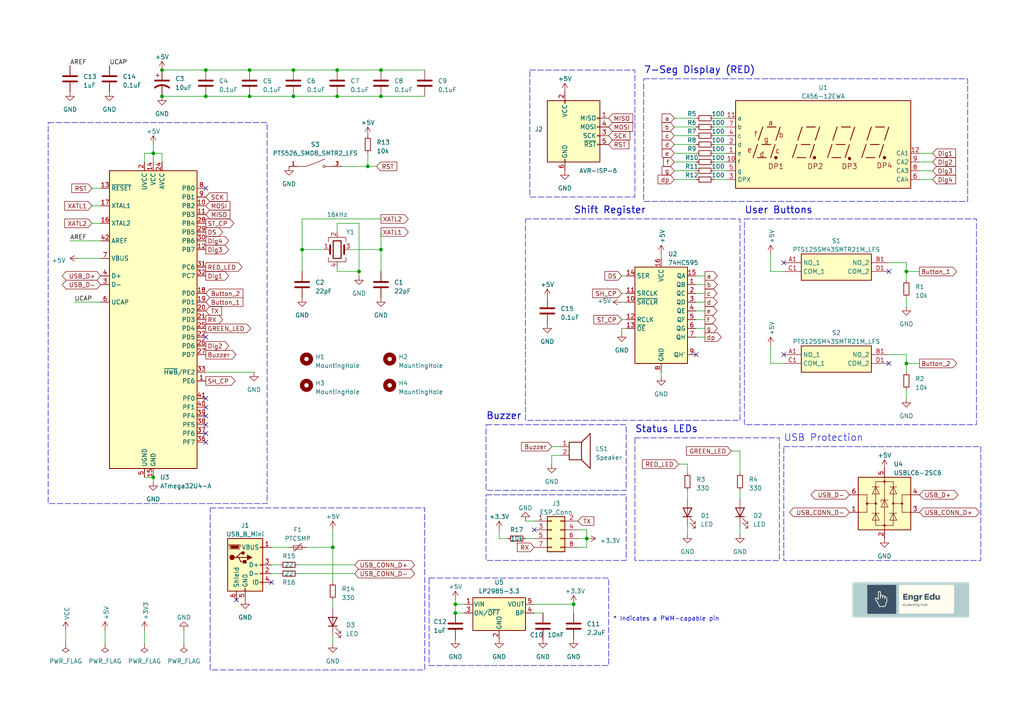
<source format=kicad_sch>
(kicad_sch (version 20230121) (generator eeschema)
  (paper "A4")
  (title_block (title "Arduino Uno Shield") (date "2023-03-22") (rev "1.0"))
  (lib_symbols
    (symbol "+5V_1" (power) (pin_names (offset 0))
      (property "Value" "+5V_1" (at 0 3.556 0))
      (symbol "+5V_1_1_1"
        (pin power_in line (at 0 0 90) (length 0) hide (name "+5V") (number "1"))
      )
    )
    (symbol "+5V_2" (power) (pin_names (offset 0))
      (property "Value" "+5V_2" (at 0 3.556 0))
      (symbol "+5V_2_1_1"
        (pin power_in line (at 0 0 90) (length 0) hide (name "+5V") (number "1"))
      )
    )
    (symbol "+5V_3" (power) (pin_names (offset 0))
      (property "Value" "+5V_3" (at 0 3.556 0))
      (symbol "+5V_3_1_1"
        (pin power_in line (at 0 0 90) (length 0) hide (name "+5V") (number "1"))
      )
    )
    (symbol "74xx:74HC595"
      (property "Reference" "U" (at -7.62 13.97 0))
      (property "Value" "74HC595" (at -7.62 -16.51 0))
      (symbol "74HC595_1_0"
        (pin tri_state line (at 10.16 7.62 180) (length 2.54) (name "QB") (number "1"))
        (pin input line (at -10.16 2.54 0) (length 2.54) (name "~{SRCLR}") (number "10"))
        (pin input line (at -10.16 5.08 0) (length 2.54) (name "SRCLK") (number "11"))
        (pin input line (at -10.16 -2.54 0) (length 2.54) (name "RCLK") (number "12"))
        (pin input line (at -10.16 -5.08 0) (length 2.54) (name "~{OE}") (number "13"))
        (pin input line (at -10.16 10.16 0) (length 2.54) (name "SER") (number "14"))
        (pin tri_state line (at 10.16 10.16 180) (length 2.54) (name "QA") (number "15"))
        (pin power_in line (at 0 15.24 270) (length 2.54) (name "VCC") (number "16"))
        (pin tri_state line (at 10.16 5.08 180) (length 2.54) (name "QC") (number "2"))
        (pin tri_state line (at 10.16 2.54 180) (length 2.54) (name "QD") (number "3"))
        (pin tri_state line (at 10.16 0 180) (length 2.54) (name "QE") (number "4"))
        (pin tri_state line (at 10.16 -2.54 180) (length 2.54) (name "QF") (number "5"))
        (pin tri_state line (at 10.16 -5.08 180) (length 2.54) (name "QG") (number "6"))
        (pin tri_state line (at 10.16 -7.62 180) (length 2.54) (name "QH") (number "7"))
        (pin power_in line (at 0 -17.78 90) (length 2.54) (name "GND") (number "8"))
        (pin output line (at 10.16 -12.7 180) (length 2.54) (name "QH'") (number "9"))
      )
    )
    (symbol "Connector:AVR-ISP-6" (pin_names (offset 1.016))
      (property "Reference" "J" (at -6.35 11.43 0))
      (property "Value" "AVR-ISP-6" (at 0 11.43 0))
      (symbol "AVR-ISP-6_1_1"
        (pin passive line (at 10.16 5.08 180) (length 2.54) (name "MISO") (number "1"))
        (pin passive line (at -2.54 12.7 270) (length 2.54) (name "VCC") (number "2"))
        (pin passive line (at 10.16 0 180) (length 2.54) (name "SCK") (number "3"))
        (pin passive line (at 10.16 2.54 180) (length 2.54) (name "MOSI") (number "4"))
        (pin passive line (at 10.16 -2.54 180) (length 2.54) (name "~{RST}") (number "5"))
        (pin passive line (at -2.54 -10.16 90) (length 2.54) (name "GND") (number "6"))
      )
    )
    (symbol "Connector:USB_B_Mini" (pin_names (offset 1.016))
      (property "Reference" "J" (at -5.08 11.43 0))
      (property "Value" "USB_B_Mini" (at -5.08 8.89 0))
      (symbol "USB_B_Mini_1_1"
        (pin power_out line (at 7.62 5.08 180) (length 2.54) (name "VBUS") (number "1"))
        (pin bidirectional line (at 7.62 -2.54 180) (length 2.54) (name "D-") (number "2"))
        (pin bidirectional line (at 7.62 0 180) (length 2.54) (name "D+") (number "3"))
        (pin passive line (at 7.62 -5.08 180) (length 2.54) (name "ID") (number "4"))
        (pin power_out line (at 0 -10.16 90) (length 2.54) (name "GND") (number "5"))
        (pin passive line (at -2.54 -10.16 90) (length 2.54) (name "Shield") (number "6"))
      )
    )
    (symbol "Connector_Generic:Conn_02x04_Odd_Even" (pin_names (offset 1.016) hide)
      (property "Reference" "J" (at 1.27 5.08 0))
      (property "Value" "Conn_02x04_Odd_Even" (at 1.27 -7.62 0))
      (symbol "Conn_02x04_Odd_Even_1_1"
        (pin passive line (at -5.08 2.54 0) (length 3.81) (name "Pin_1") (number "1"))
        (pin passive line (at 7.62 2.54 180) (length 3.81) (name "Pin_2") (number "2"))
        (pin passive line (at -5.08 0 0) (length 3.81) (name "Pin_3") (number "3"))
        (pin passive line (at 7.62 0 180) (length 3.81) (name "Pin_4") (number "4"))
        (pin passive line (at -5.08 -2.54 0) (length 3.81) (name "Pin_5") (number "5"))
        (pin passive line (at 7.62 -2.54 180) (length 3.81) (name "Pin_6") (number "6"))
        (pin passive line (at -5.08 -5.08 0) (length 3.81) (name "Pin_7") (number "7"))
        (pin passive line (at 7.62 -5.08 180) (length 3.81) (name "Pin_8") (number "8"))
      )
    )
    (symbol "Device:C" (pin_numbers hide) (pin_names (offset 0.254))
      (property "Reference" "C" (at 0.635 2.54 0))
      (property "Value" "C" (at 0.635 -2.54 0))
      (symbol "C_1_1"
        (pin passive line (at 0 3.81 270) (length 2.794) (name "~") (number "1"))
        (pin passive line (at 0 -3.81 90) (length 2.794) (name "~") (number "2"))
      )
    )
    (symbol "Device:C_Polarized_US" (pin_numbers hide) (pin_names (offset 0.254) hide)
      (property "Reference" "C" (at 0.635 2.54 0))
      (property "Value" "C_Polarized_US" (at 0.635 -2.54 0))
      (symbol "C_Polarized_US_1_1"
        (pin passive line (at 0 3.81 270) (length 2.794) (name "~") (number "1"))
        (pin passive line (at 0 -3.81 90) (length 3.302) (name "~") (number "2"))
      )
    )
    (symbol "Device:Crystal_GND24" (pin_names (offset 1.016) hide)
      (property "Reference" "Y" (at 3.175 5.08 0))
      (property "Value" "Crystal_GND24" (at 3.175 3.175 0))
      (symbol "Crystal_GND24_1_1"
        (pin passive line (at -3.81 0 0) (length 1.27) (name "1") (number "1"))
        (pin passive line (at 0 5.08 270) (length 1.27) (name "2") (number "2"))
        (pin passive line (at 3.81 0 180) (length 1.27) (name "3") (number "3"))
        (pin passive line (at 0 -5.08 90) (length 1.27) (name "4") (number "4"))
      )
    )
    (symbol "Device:LED" (pin_numbers hide) (pin_names (offset 1.016) hide)
      (property "Reference" "D" (at 0 2.54 0))
      (property "Value" "LED" (at 0 -2.54 0))
      (symbol "LED_1_1"
        (pin passive line (at -3.81 0 0) (length 2.54) (name "K") (number "1"))
        (pin passive line (at 3.81 0 180) (length 2.54) (name "A") (number "2"))
      )
    )
    (symbol "Device:Polyfuse_Small" (pin_numbers hide) (pin_names (offset 0))
      (property "Reference" "F" (at -1.905 0 90))
      (property "Value" "Polyfuse_Small" (at 1.905 0 90))
      (symbol "Polyfuse_Small_1_1"
        (pin passive line (at 0 2.54 270) (length 0.635) (name "~") (number "1"))
        (pin passive line (at 0 -2.54 90) (length 0.635) (name "~") (number "2"))
      )
    )
    (symbol "Device:R_Small" (pin_numbers hide) (pin_names (offset 0.254) hide)
      (property "Reference" "R" (at 0.762 0.508 0))
      (property "Value" "R_Small" (at 0.762 -1.016 0))
      (symbol "R_Small_1_1"
        (pin passive line (at 0 2.54 270) (length 0.762) (name "~") (number "1"))
        (pin passive line (at 0 -2.54 90) (length 0.762) (name "~") (number "2"))
      )
    )
    (symbol "Device:Speaker" (pin_names (offset 0) hide)
      (property "Reference" "LS" (at 1.27 5.715 0))
      (property "Value" "Speaker" (at 1.27 3.81 0))
      (symbol "Speaker_1_1"
        (pin input line (at -5.08 0 0) (length 2.54) (name "1") (number "1"))
        (pin input line (at -5.08 -2.54 0) (length 2.54) (name "2") (number "2"))
      )
    )
    (symbol "Display_Character:CA56-12EWA"
      (property "Reference" "U" (at -24.13 13.97 0))
      (property "Value" "CA56-12EWA" (at 19.05 13.97 0))
      (symbol "CA56-12EWA_0_0"
        (text "a" (at -15.24 6.35 0) (effects (font (size 1.524 1.524))))
        (text "b" (at -12.192 2.794 0) (effects (font (size 1.524 1.524))))
        (text "c" (at -13.208 -1.778 0) (effects (font (size 1.524 1.524))))
        (text "d" (at -17.78 -2.794 0) (effects (font (size 1.524 1.524))))
        (text "DP1" (at -13.716 -6.35 0) (effects (font (size 1.524 1.524))))
        (text "DP2" (at -2.286 -6.35 0) (effects (font (size 1.524 1.524))))
        (text "DP3" (at 7.62 -6.35 0) (effects (font (size 1.524 1.524))))
        (text "DP4" (at 17.78 -6.096 0) (effects (font (size 1.524 1.524))))
        (text "e" (at -21.336 -1.524 0) (effects (font (size 1.524 1.524))))
        (text "f" (at -19.558 3.048 0) (effects (font (size 1.524 1.524))))
        (text "g" (at -16.51 1.524 0) (effects (font (size 1.524 1.524))))
      )
      (symbol "CA56-12EWA_1_1"
        (pin input line (at -27.94 -2.54 0) (length 2.54) (name "e") (number "1"))
        (pin input line (at -27.94 -5.08 0) (length 2.54) (name "f") (number "10"))
        (pin input line (at -27.94 7.62 0) (length 2.54) (name "a") (number "11"))
        (pin input line (at 27.94 -2.54 180) (length 2.54) (name "CA1") (number "12"))
        (pin input line (at -27.94 0 0) (length 2.54) (name "d") (number "2"))
        (pin input line (at -27.94 -10.16 0) (length 2.54) (name "DPX") (number "3"))
        (pin input line (at -27.94 2.54 0) (length 2.54) (name "c") (number "4"))
        (pin input line (at -27.94 -7.62 0) (length 2.54) (name "g") (number "5"))
        (pin input line (at 27.94 -10.16 180) (length 2.54) (name "CA4") (number "6"))
        (pin input line (at -27.94 5.08 0) (length 2.54) (name "b") (number "7"))
        (pin input line (at 27.94 -7.62 180) (length 2.54) (name "CA3") (number "8"))
        (pin input line (at 27.94 -5.08 180) (length 2.54) (name "CA2") (number "9"))
      )
    )
    (symbol "GND_1" (power) (pin_names (offset 0))
      (property "Value" "GND_1" (at 0 -3.81 0))
      (symbol "GND_1_1_1"
        (pin power_in line (at 0 0 270) (length 0) hide (name "GND") (number "1"))
      )
    )
    (symbol "GND_2" (power) (pin_names (offset 0))
      (property "Value" "GND_2" (at 0 -3.81 0))
      (symbol "GND_2_1_1"
        (pin power_in line (at 0 0 270) (length 0) hide (name "GND") (number "1"))
      )
    )
    (symbol "GND_3" (power) (pin_names (offset 0))
      (property "Value" "GND_3" (at 0 -3.81 0))
      (symbol "GND_3_1_1"
        (pin power_in line (at 0 0 270) (length 0) hide (name "GND") (number "1"))
      )
    )
    (symbol "MCU_Microchip_ATmega:ATmega32U4-A"
      (property "Reference" "U" (at -12.7 44.45 0))
      (property "Value" "ATmega32U4-A" (at 2.54 -44.45 0))
      (symbol "ATmega32U4-A_1_1"
        (pin bidirectional line (at 15.24 -17.78 180) (length 2.54) (name "PE6") (number "1"))
        (pin bidirectional line (at 15.24 33.02 180) (length 2.54) (name "PB2") (number "10"))
        (pin bidirectional line (at 15.24 30.48 180) (length 2.54) (name "PB3") (number "11"))
        (pin bidirectional line (at 15.24 20.32 180) (length 2.54) (name "PB7") (number "12"))
        (pin input line (at -15.24 38.1 0) (length 2.54) (name "~{RESET}") (number "13"))
        (pin power_in line (at 0 45.72 270) (length 2.54) (name "VCC") (number "14"))
        (pin power_in line (at 0 -45.72 90) (length 2.54) (name "GND") (number "15"))
        (pin output line (at -15.24 27.94 0) (length 2.54) (name "XTAL2") (number "16"))
        (pin input line (at -15.24 33.02 0) (length 2.54) (name "XTAL1") (number "17"))
        (pin bidirectional line (at 15.24 7.62 180) (length 2.54) (name "PD0") (number "18"))
        (pin bidirectional line (at 15.24 5.08 180) (length 2.54) (name "PD1") (number "19"))
        (pin power_in line (at -2.54 45.72 270) (length 2.54) (name "UVCC") (number "2"))
        (pin bidirectional line (at 15.24 2.54 180) (length 2.54) (name "PD2") (number "20"))
        (pin bidirectional line (at 15.24 0 180) (length 2.54) (name "PD3") (number "21"))
        (pin bidirectional line (at 15.24 -5.08 180) (length 2.54) (name "PD5") (number "22"))
        (pin passive line (at 0 -45.72 90) (length 2.54) hide (name "GND") (number "23"))
        (pin power_in line (at 2.54 45.72 270) (length 2.54) (name "AVCC") (number "24"))
        (pin bidirectional line (at 15.24 -2.54 180) (length 2.54) (name "PD4") (number "25"))
        (pin bidirectional line (at 15.24 -7.62 180) (length 2.54) (name "PD6") (number "26"))
        (pin bidirectional line (at 15.24 -10.16 180) (length 2.54) (name "PD7") (number "27"))
        (pin bidirectional line (at 15.24 27.94 180) (length 2.54) (name "PB4") (number "28"))
        (pin bidirectional line (at 15.24 25.4 180) (length 2.54) (name "PB5") (number "29"))
        (pin bidirectional line (at -15.24 10.16 0) (length 2.54) (name "D-") (number "3"))
        (pin bidirectional line (at 15.24 22.86 180) (length 2.54) (name "PB6") (number "30"))
        (pin bidirectional line (at 15.24 15.24 180) (length 2.54) (name "PC6") (number "31"))
        (pin bidirectional line (at 15.24 12.7 180) (length 2.54) (name "PC7") (number "32"))
        (pin bidirectional line (at 15.24 -15.24 180) (length 2.54) (name "~{HWB}/PE2") (number "33"))
        (pin passive line (at 0 45.72 270) (length 2.54) hide (name "VCC") (number "34"))
        (pin passive line (at 0 -45.72 90) (length 2.54) hide (name "GND") (number "35"))
        (pin bidirectional line (at 15.24 -35.56 180) (length 2.54) (name "PF7") (number "36"))
        (pin bidirectional line (at 15.24 -33.02 180) (length 2.54) (name "PF6") (number "37"))
        (pin bidirectional line (at 15.24 -30.48 180) (length 2.54) (name "PF5") (number "38"))
        (pin bidirectional line (at 15.24 -27.94 180) (length 2.54) (name "PF4") (number "39"))
        (pin bidirectional line (at -15.24 12.7 0) (length 2.54) (name "D+") (number "4"))
        (pin bidirectional line (at 15.24 -25.4 180) (length 2.54) (name "PF1") (number "40"))
        (pin bidirectional line (at 15.24 -22.86 180) (length 2.54) (name "PF0") (number "41"))
        (pin passive line (at -15.24 22.86 0) (length 2.54) (name "AREF") (number "42"))
        (pin passive line (at 0 -45.72 90) (length 2.54) hide (name "GND") (number "43"))
        (pin passive line (at 2.54 45.72 270) (length 2.54) hide (name "AVCC") (number "44"))
        (pin passive line (at -2.54 -45.72 90) (length 2.54) (name "UGND") (number "5"))
        (pin passive line (at -15.24 5.08 0) (length 2.54) (name "UCAP") (number "6"))
        (pin input line (at -15.24 17.78 0) (length 2.54) (name "VBUS") (number "7"))
        (pin bidirectional line (at 15.24 38.1 180) (length 2.54) (name "PB0") (number "8"))
        (pin bidirectional line (at 15.24 35.56 180) (length 2.54) (name "PB1") (number "9"))
      )
    )
    (symbol "Mechanical:MountingHole" (pin_names (offset 1.016))
      (property "Reference" "H" (at 0 5.08 0))
      (property "Value" "MountingHole" (at 0 3.175 0))
    )
    (symbol "PTS125_SMD_Button:PTS125SM43SMTR21M_LFS"
      (property "Reference" "S" (at 26.67 7.62 0))
      (property "Value" "PTS125SM43SMTR21M_LFS" (at 26.67 5.08 0))
      (symbol "PTS125SM43SMTR21M_LFS_1_1"
        (pin passive line (at 0 0 0) (length 5.08) (name "NO_1") (number "A1"))
        (pin passive line (at 30.48 0 180) (length 5.08) (name "NO_2") (number "B1"))
        (pin passive line (at 0 -2.54 0) (length 5.08) (name "COM_1") (number "C1"))
        (pin passive line (at 30.48 -2.54 180) (length 5.08) (name "COM_2") (number "D1"))
      )
    )
    (symbol "PTS526_SMD_Button:PTS526_SM08_SMTR2_LFS" (pin_names (offset 1.016))
      (property "Reference" "S" (at -2.54 2.54 0))
      (property "Value" "PTS526_SM08_SMTR2_LFS" (at -2.54 -2.54 0))
      (symbol "PTS526_SM08_SMTR2_LFS_0_0"
        (pin passive line (at -7.62 0 0) (length 2.54) (name "~") (number "1"))
        (pin passive line (at 7.62 0 180) (length 2.54) (name "~") (number "3"))
      )
    )
    (symbol "Power_Protection:USBLC6-2SC6" (pin_names hide)
      (property "Reference" "U" (at 2.54 8.89 0))
      (property "Value" "USBLC6-2SC6" (at 2.54 -8.89 0))
      (symbol "USBLC6-2SC6_1_1"
        (pin passive line (at -10.16 -2.54 0) (length 2.54) (name "I/O1") (number "1"))
        (pin passive line (at 0 -10.16 90) (length 2.54) (name "GND") (number "2"))
        (pin passive line (at 10.16 -2.54 180) (length 2.54) (name "I/O2") (number "3"))
        (pin passive line (at 10.16 2.54 180) (length 2.54) (name "I/O2") (number "4"))
        (pin passive line (at 0 10.16 270) (length 2.54) (name "VBUS") (number "5"))
        (pin passive line (at -10.16 2.54 0) (length 2.54) (name "I/O1") (number "6"))
      )
    )
    (symbol "Regulator_Linear:LP2985-3.3" (pin_names (offset 0.254))
      (property "Reference" "U" (at -6.35 5.715 0))
      (property "Value" "LP2985-3.3" (at 0 5.715 0))
      (symbol "LP2985-3.3_1_1"
        (pin power_in line (at -10.16 2.54 0) (length 2.54) (name "VIN") (number "1"))
        (pin power_in line (at 0 -7.62 90) (length 2.54) (name "GND") (number "2"))
        (pin input line (at -10.16 0 0) (length 2.54) (name "ON/~{OFF}") (number "3"))
        (pin input line (at 10.16 0 180) (length 2.54) (name "BP") (number "4"))
        (pin power_out line (at 10.16 2.54 180) (length 2.54) (name "VOUT") (number "5"))
      )
    )
    (symbol "power:+3.3V" (power) (pin_names (offset 0))
      (property "Value" "+3.3V" (at 0 3.556 0))
      (symbol "+3.3V_1_1"
        (pin power_in line (at 0 0 90) (length 0) hide (name "+3.3V") (number "1"))
      )
    )
    (symbol "power:+3V3" (power) (pin_names (offset 0))
      (property "Value" "+3V3" (at 0 3.556 0))
      (symbol "+3V3_1_1"
        (pin power_in line (at 0 0 90) (length 0) hide (name "+3V3") (number "1"))
      )
    )
    (symbol "power:+5V" (power) (pin_names (offset 0))
      (property "Value" "+5V" (at 0 3.556 0))
      (symbol "+5V_1_1"
        (pin power_in line (at 0 0 90) (length 0) hide (name "+5V") (number "1"))
      )
    )
    (symbol "power:GND" (power) (pin_names (offset 0))
      (property "Value" "GND" (at 0 -3.81 0))
      (symbol "GND_1_1"
        (pin power_in line (at 0 0 270) (length 0) hide (name "GND") (number "1"))
      )
    )
    (symbol "power:PWR_FLAG" (power) (pin_numbers hide) (pin_names (offset 0) hide)
      (property "Value" "PWR_FLAG" (at 0 3.81 0))
      (symbol "PWR_FLAG_0_0"
        (pin power_out line (at 0 0 90) (length 0) (name "pwr") (number "1"))
      )
    )
    (symbol "power:VCC" (power) (pin_names (offset 0))
      (property "Value" "VCC" (at 0 3.81 0))
      (symbol "VCC_1_1"
        (pin power_in line (at 0 0 90) (length 0) hide (name "VCC") (number "1"))
      )
    )
  )
  (junction (at 97.79 27.94))
  (junction (at 44.45 44.45))
  (junction (at 72.39 27.94))
  (junction (at 166.37 175.26))
  (junction (at 85.09 20.32))
  (junction (at 132.08 177.8))
  (junction (at 87.63 72.39))
  (junction (at 59.69 20.32))
  (junction (at 44.45 138.43))
  (junction (at 97.79 20.32))
  (junction (at 132.08 175.26))
  (junction (at 104.14 78.74))
  (junction (at 46.99 27.94))
  (junction (at 96.52 158.75))
  (junction (at 46.99 20.32))
  (junction (at 106.68 48.26))
  (junction (at 262.89 105.41))
  (junction (at 110.49 20.32))
  (junction (at 170.18 156.21))
  (junction (at 59.69 27.94))
  (junction (at 110.49 27.94))
  (junction (at 262.89 78.74))
  (junction (at 85.09 27.94))
  (junction (at 110.49 72.39))
  (junction (at 72.39 20.32))
  (no_connect (at 59.69 125.73))
  (no_connect (at 59.69 115.57))
  (no_connect (at 68.58 173.99))
  (no_connect (at 78.74 168.91))
  (no_connect (at 59.69 128.27))
  (no_connect (at 227.33 76.2))
  (no_connect (at 257.81 78.74))
  (no_connect (at 59.69 97.79))
  (no_connect (at 257.81 105.41))
  (no_connect (at 59.69 120.65))
  (no_connect (at 59.69 54.61))
  (no_connect (at 154.94 153.67))
  (no_connect (at 201.93 102.87))
  (no_connect (at 227.33 102.87))
  (no_connect (at 59.69 118.11))
  (no_connect (at 59.69 123.19))
  (wire (pts (xy 154.94 177.8) (xy 157.48 177.8)))
  (wire (pts (xy 86.36 163.83) (xy 102.87 163.83)))
  (wire (pts (xy 41.91 138.43) (xy 44.45 138.43)))
  (wire (pts (xy 26.67 54.61) (xy 29.21 54.61)))
  (wire (pts (xy 19.05 182.88) (xy 19.05 186.69)))
  (wire (pts (xy 46.99 46.99) (xy 46.99 44.45)))
  (wire (pts (xy 97.79 27.94) (xy 110.49 27.94)))
  (wire (pts (xy 191.77 107.95) (xy 191.77 109.22)))
  (wire (pts (xy 262.89 105.41) (xy 262.89 107.95)))
  (wire (pts (xy 96.52 186.69) (xy 96.52 184.15)))
  (wire (pts (xy 207.01 39.37) (xy 210.82 39.37)))
  (wire (pts (xy 21.59 87.63) (xy 29.21 87.63)))
  (wire (pts (xy 26.67 59.69) (xy 29.21 59.69)))
  (wire (pts (xy 97.79 67.31) (xy 97.79 64.77)))
  (wire (pts (xy 53.34 182.88) (xy 53.34 186.69)))
  (wire (pts (xy 97.79 64.77) (xy 104.14 64.77)))
  (wire (pts (xy 160.02 132.08) (xy 160.02 134.62)))
  (wire (pts (xy 72.39 27.94) (xy 85.09 27.94)))
  (wire (pts (xy 87.63 63.5) (xy 110.49 63.5)))
  (wire (pts (xy 262.89 102.87) (xy 262.89 105.41)))
  (wire (pts (xy 201.93 80.01) (xy 204.47 80.01)))
  (wire (pts (xy 262.89 105.41) (xy 266.7 105.41)))
  (wire (pts (xy 227.33 78.74) (xy 223.52 78.74)))
  (wire (pts (xy 144.78 156.21) (xy 144.78 153.67)))
  (wire (pts (xy 167.64 158.75) (xy 170.18 158.75)))
  (wire (pts (xy 262.89 78.74) (xy 262.89 81.28)))
  (wire (pts (xy 132.08 173.99) (xy 132.08 175.26)))
  (wire (pts (xy 199.39 142.24) (xy 199.39 144.78)))
  (wire (pts (xy 257.81 102.87) (xy 262.89 102.87)))
  (wire (pts (xy 170.18 153.67) (xy 170.18 156.21)))
  (wire (pts (xy 180.34 85.09) (xy 181.61 85.09)))
  (wire (pts (xy 144.78 156.21) (xy 147.32 156.21)))
  (wire (pts (xy 30.48 182.88) (xy 30.48 186.69)))
  (wire (pts (xy 262.89 76.2) (xy 262.89 78.74)))
  (wire (pts (xy 167.64 153.67) (xy 170.18 153.67)))
  (wire (pts (xy 99.06 48.26) (xy 106.68 48.26)))
  (wire (pts (xy 87.63 72.39) (xy 87.63 78.74)))
  (wire (pts (xy 195.58 39.37) (xy 201.93 39.37)))
  (wire (pts (xy 44.45 41.91) (xy 44.45 44.45)))
  (wire (pts (xy 160.02 129.54) (xy 162.56 129.54)))
  (wire (pts (xy 266.7 46.99) (xy 270.51 46.99)))
  (wire (pts (xy 96.52 158.75) (xy 96.52 168.91)))
  (wire (pts (xy 214.63 130.81) (xy 214.63 137.16)))
  (wire (pts (xy 41.91 182.88) (xy 41.91 186.69)))
  (wire (pts (xy 87.63 63.5) (xy 87.63 72.39)))
  (wire (pts (xy 195.58 36.83) (xy 201.93 36.83)))
  (wire (pts (xy 97.79 78.74) (xy 97.79 77.47)))
  (wire (pts (xy 181.61 95.25) (xy 180.34 95.25)))
  (wire (pts (xy 106.68 44.45) (xy 106.68 48.26)))
  (wire (pts (xy 214.63 142.24) (xy 214.63 144.78)))
  (wire (pts (xy 195.58 44.45) (xy 201.93 44.45)))
  (wire (pts (xy 191.77 73.66) (xy 191.77 74.93)))
  (wire (pts (xy 212.09 130.81) (xy 214.63 130.81)))
  (wire (pts (xy 106.68 48.26) (xy 109.22 48.26)))
  (wire (pts (xy 22.86 74.93) (xy 29.21 74.93)))
  (wire (pts (xy 110.49 27.94) (xy 123.19 27.94)))
  (wire (pts (xy 195.58 46.99) (xy 201.93 46.99)))
  (wire (pts (xy 20.32 69.85) (xy 29.21 69.85)))
  (wire (pts (xy 167.64 156.21) (xy 170.18 156.21)))
  (wire (pts (xy 180.34 80.01) (xy 181.61 80.01)))
  (wire (pts (xy 104.14 80.01) (xy 104.14 78.74)))
  (wire (pts (xy 207.01 34.29) (xy 210.82 34.29)))
  (wire (pts (xy 262.89 78.74) (xy 266.7 78.74)))
  (wire (pts (xy 154.94 175.26) (xy 166.37 175.26)))
  (wire (pts (xy 132.08 175.26) (xy 132.08 177.8)))
  (wire (pts (xy 257.81 76.2) (xy 262.89 76.2)))
  (wire (pts (xy 214.63 152.4) (xy 214.63 154.94)))
  (wire (pts (xy 201.93 92.71) (xy 204.47 92.71)))
  (wire (pts (xy 266.7 49.53) (xy 270.51 49.53)))
  (wire (pts (xy 152.4 156.21) (xy 154.94 156.21)))
  (wire (pts (xy 97.79 20.32) (xy 110.49 20.32)))
  (wire (pts (xy 85.09 20.32) (xy 97.79 20.32)))
  (wire (pts (xy 110.49 20.32) (xy 123.19 20.32)))
  (wire (pts (xy 180.34 87.63) (xy 181.61 87.63)))
  (wire (pts (xy 44.45 44.45) (xy 44.45 46.99)))
  (wire (pts (xy 207.01 41.91) (xy 210.82 41.91)))
  (wire (pts (xy 195.58 52.07) (xy 201.93 52.07)))
  (wire (pts (xy 162.56 132.08) (xy 160.02 132.08)))
  (wire (pts (xy 85.09 27.94) (xy 97.79 27.94)))
  (wire (pts (xy 88.9 158.75) (xy 96.52 158.75)))
  (wire (pts (xy 152.4 151.13) (xy 154.94 151.13)))
  (wire (pts (xy 132.08 175.26) (xy 134.62 175.26)))
  (wire (pts (xy 59.69 20.32) (xy 72.39 20.32)))
  (wire (pts (xy 180.34 95.25) (xy 180.34 96.52)))
  (wire (pts (xy 207.01 49.53) (xy 210.82 49.53)))
  (wire (pts (xy 201.93 85.09) (xy 204.47 85.09)))
  (wire (pts (xy 96.52 173.99) (xy 96.52 176.53)))
  (wire (pts (xy 207.01 36.83) (xy 210.82 36.83)))
  (wire (pts (xy 195.58 41.91) (xy 201.93 41.91)))
  (wire (pts (xy 207.01 46.99) (xy 210.82 46.99)))
  (wire (pts (xy 72.39 20.32) (xy 85.09 20.32)))
  (wire (pts (xy 44.45 44.45) (xy 46.99 44.45)))
  (wire (pts (xy 262.89 86.36) (xy 262.89 88.9)))
  (wire (pts (xy 26.67 64.77) (xy 29.21 64.77)))
  (wire (pts (xy 201.93 87.63) (xy 204.47 87.63)))
  (wire (pts (xy 46.99 27.94) (xy 59.69 27.94)))
  (wire (pts (xy 266.7 52.07) (xy 270.51 52.07)))
  (wire (pts (xy 81.28 163.83) (xy 78.74 163.83)))
  (wire (pts (xy 201.93 90.17) (xy 204.47 90.17)))
  (wire (pts (xy 41.91 44.45) (xy 41.91 46.99)))
  (wire (pts (xy 223.52 78.74) (xy 223.52 73.66)))
  (wire (pts (xy 201.93 82.55) (xy 204.47 82.55)))
  (wire (pts (xy 78.74 158.75) (xy 83.82 158.75)))
  (wire (pts (xy 262.89 113.03) (xy 262.89 115.57)))
  (wire (pts (xy 104.14 64.77) (xy 104.14 78.74)))
  (wire (pts (xy 195.58 34.29) (xy 201.93 34.29)))
  (wire (pts (xy 195.58 49.53) (xy 201.93 49.53)))
  (wire (pts (xy 87.63 72.39) (xy 93.98 72.39)))
  (wire (pts (xy 110.49 67.31) (xy 110.49 72.39)))
  (wire (pts (xy 41.91 44.45) (xy 44.45 44.45)))
  (wire (pts (xy 86.36 166.37) (xy 102.87 166.37)))
  (wire (pts (xy 199.39 134.62) (xy 199.39 137.16)))
  (wire (pts (xy 132.08 177.8) (xy 134.62 177.8)))
  (wire (pts (xy 199.39 152.4) (xy 199.39 154.94)))
  (wire (pts (xy 101.6 72.39) (xy 110.49 72.39)))
  (wire (pts (xy 81.28 166.37) (xy 78.74 166.37)))
  (wire (pts (xy 170.18 156.21) (xy 170.18 158.75)))
  (wire (pts (xy 223.52 105.41) (xy 223.52 100.33)))
  (wire (pts (xy 110.49 72.39) (xy 110.49 78.74)))
  (wire (pts (xy 207.01 44.45) (xy 210.82 44.45)))
  (wire (pts (xy 201.93 97.79) (xy 204.47 97.79)))
  (wire (pts (xy 96.52 153.67) (xy 96.52 158.75)))
  (wire (pts (xy 46.99 20.32) (xy 59.69 20.32)))
  (wire (pts (xy 44.45 139.7) (xy 44.45 138.43)))
  (wire (pts (xy 266.7 44.45) (xy 270.51 44.45)))
  (wire (pts (xy 227.33 105.41) (xy 223.52 105.41)))
  (wire (pts (xy 59.69 107.95) (xy 73.66 107.95)))
  (wire (pts (xy 180.34 92.71) (xy 181.61 92.71)))
  (wire (pts (xy 166.37 175.26) (xy 166.37 177.8)))
  (wire (pts (xy 196.85 134.62) (xy 199.39 134.62)))
  (wire (pts (xy 104.14 78.74) (xy 97.79 78.74)))
  (wire (pts (xy 59.69 27.94) (xy 72.39 27.94)))
  (wire (pts (xy 201.93 95.25) (xy 204.47 95.25)))
  (wire (pts (xy 207.01 52.07) (xy 210.82 52.07)))
  (rectangle (start 227.33 129.54) (end 284.48 162.56) (stroke (width 0) (type dash)))
  (rectangle (start 13.97 35.56) (end 77.47 146.05) (stroke (width 0) (type dash)))
  (rectangle (start 184.15 127) (end 226.06 162.56) (stroke (width 0) (type dash)))
  (rectangle (start 140.97 123.19) (end 181.61 142.24) (stroke (width 0) (type dash)))
  (rectangle (start 215.9 63.5) (end 283.21 123.19) (stroke (width 0) (type dash)))
  (rectangle (start 124.46 167.64) (end 176.53 193.04) (stroke (width 0) (type dash)))
  (rectangle (start 60.96 147.32) (end 123.19 194.31) (stroke (width 0) (type dash)))
  (rectangle (start 152.4 63.5) (end 214.63 121.92) (stroke (width 0) (type dash)))
  (rectangle (start 153.67 20.32) (end 184.15 57.15) (stroke (width 0) (type dash)))
  (rectangle (start 140.97 143.51) (end 181.61 162.56) (stroke (width 0) (type dash)))
  (rectangle (start 186.69 22.86) (end 280.67 58.42) (stroke (width 0) (type dash)))
  (image (at 264.16 173.99) (scale 0.800628))
  (text "Shift Register" (at 166.37 62.23 0) (effects (font (size 2 2) (thickness 0.254) bold) (justify left bottom)))
  (text "Status LEDs" (at 184.15 125.73 0) (effects (font (size 2 2) (thickness 0.254) bold) (justify left bottom)))
  (text "User Buttons" (at 215.9 62.23 0) (effects (font (size 2 2) (thickness 0.254) bold) (justify left bottom)))
  (text "Buzzer" (at 140.97 121.92 0) (effects (font (size 2 2) (thickness 0.254) bold) (justify left bottom)))
  (text "* Indicates a PWM-capable pin" (at 177.8 180.34 0) (effects (font (size 1.27 1.27)) (justify left bottom)))
  (text "USB Protection\n" (at 227.33 128.27 0) (effects (font (size 2 2)) (justify left bottom)))
  (text "7-Seg Display (RED)" (at 186.69 21.59 0) (effects (font (size 2 2) (thickness 0.254) bold) (justify left bottom)))
  (label "AREF" (at 20.32 19.05 0))
  (label "UCAP" (at 21.59 87.63 0))
  (label "UCAP" (at 31.75 19.05 0))
  (label "AREF" (at 20.32 69.85 0))
  (global_label "GREEN_LED" (shape output) (at 59.69 95.25 0) (property "Intersheetrefs" "${INTERSHEET_REFS}" (effects hide)))
  (global_label "TX" (shape input) (at 59.69 90.17 0) (property "Intersheetrefs" "${INTERSHEET_REFS}" (effects hide)))
  (global_label "e" (shape output) (at 204.47 90.17 0) (property "Intersheetrefs" "${INTERSHEET_REFS}" (effects hide)))
  (global_label "Button_1" (shape output) (at 266.7 78.74 0) (property "Intersheetrefs" "${INTERSHEET_REFS}" (effects hide)))
  (global_label "Button_1" (shape input) (at 59.69 87.63 0) (property "Intersheetrefs" "${INTERSHEET_REFS}" (effects hide)))
  (global_label "g" (shape output) (at 204.47 95.25 0) (property "Intersheetrefs" "${INTERSHEET_REFS}" (effects hide)))
  (global_label "USB_D+" (shape bidirectional) (at 29.21 80.01 180) (property "Intersheetrefs" "${INTERSHEET_REFS}" (effects hide)))
  (global_label "RX" (shape output) (at 59.69 92.71 0) (property "Intersheetrefs" "${INTERSHEET_REFS}" (effects hide)))
  (global_label "dp" (shape output) (at 204.47 97.79 0) (property "Intersheetrefs" "${INTERSHEET_REFS}" (effects hide)))
  (global_label "XATL1" (shape output) (at 110.49 67.31 0) (property "Intersheetrefs" "${INTERSHEET_REFS}" (effects hide)))
  (global_label "Buzzer" (shape output) (at 59.69 102.87 0) (property "Intersheetrefs" "${INTERSHEET_REFS}" (effects hide)))
  (global_label "ST_CP" (shape output) (at 59.69 64.77 0) (property "Intersheetrefs" "${INTERSHEET_REFS}" (effects hide)))
  (global_label "b" (shape input) (at 195.58 36.83 180) (property "Intersheetrefs" "${INTERSHEET_REFS}" (effects hide)))
  (global_label "f" (shape output) (at 204.47 92.71 0) (property "Intersheetrefs" "${INTERSHEET_REFS}" (effects hide)))
  (global_label "RX" (shape input) (at 154.94 158.75 180) (property "Intersheetrefs" "${INTERSHEET_REFS}" (effects hide)))
  (global_label "ST_CP" (shape input) (at 180.34 92.71 180) (property "Intersheetrefs" "${INTERSHEET_REFS}" (effects hide)))
  (global_label "USB_CONN_D-" (shape bidirectional) (at 246.38 148.59 180) (property "Intersheetrefs" "${INTERSHEET_REFS}" (effects hide)))
  (global_label "MOSI" (shape input) (at 176.53 36.83 0) (property "Intersheetrefs" "${INTERSHEET_REFS}" (effects hide)))
  (global_label "d" (shape input) (at 195.58 41.91 180) (property "Intersheetrefs" "${INTERSHEET_REFS}" (effects hide)))
  (global_label "USB_CONN_D+" (shape bidirectional) (at 102.87 163.83 0) (property "Intersheetrefs" "${INTERSHEET_REFS}" (effects hide)))
  (global_label "a" (shape input) (at 195.58 34.29 180) (property "Intersheetrefs" "${INTERSHEET_REFS}" (effects hide)))
  (global_label "XATL2" (shape input) (at 26.67 64.77 180) (property "Intersheetrefs" "${INTERSHEET_REFS}" (effects hide)))
  (global_label "c" (shape output) (at 204.47 85.09 0) (property "Intersheetrefs" "${INTERSHEET_REFS}" (effects hide)))
  (global_label "XATL1" (shape input) (at 26.67 59.69 180) (property "Intersheetrefs" "${INTERSHEET_REFS}" (effects hide)))
  (global_label "USB_D+" (shape bidirectional) (at 266.7 143.51 0) (property "Intersheetrefs" "${INTERSHEET_REFS}" (effects hide)))
  (global_label "Dig1" (shape output) (at 59.69 80.01 0) (property "Intersheetrefs" "${INTERSHEET_REFS}" (effects hide)))
  (global_label "g" (shape input) (at 195.58 49.53 180) (property "Intersheetrefs" "${INTERSHEET_REFS}" (effects hide)))
  (global_label "Button_2" (shape input) (at 59.69 85.09 0) (property "Intersheetrefs" "${INTERSHEET_REFS}" (effects hide)))
  (global_label "Dig1" (shape input) (at 270.51 44.45 0) (property "Intersheetrefs" "${INTERSHEET_REFS}" (effects hide)))
  (global_label "Dig4" (shape output) (at 59.69 69.85 0) (property "Intersheetrefs" "${INTERSHEET_REFS}" (effects hide)))
  (global_label "USB_CONN_D-" (shape bidirectional) (at 102.87 166.37 0) (property "Intersheetrefs" "${INTERSHEET_REFS}" (effects hide)))
  (global_label "RST" (shape input) (at 176.53 41.91 0) (property "Intersheetrefs" "${INTERSHEET_REFS}" (effects hide)))
  (global_label "USB_D-" (shape bidirectional) (at 29.21 82.55 180) (property "Intersheetrefs" "${INTERSHEET_REFS}" (effects hide)))
  (global_label "GREEN_LED" (shape input) (at 212.09 130.81 180) (property "Intersheetrefs" "${INTERSHEET_REFS}" (effects hide)))
  (global_label "a" (shape output) (at 204.47 80.01 0) (property "Intersheetrefs" "${INTERSHEET_REFS}" (effects hide)))
  (global_label "Dig2" (shape input) (at 270.51 46.99 0) (property "Intersheetrefs" "${INTERSHEET_REFS}" (effects hide)))
  (global_label "Dig3" (shape output) (at 59.69 72.39 0) (property "Intersheetrefs" "${INTERSHEET_REFS}" (effects hide)))
  (global_label "DS" (shape input) (at 180.34 80.01 180) (property "Intersheetrefs" "${INTERSHEET_REFS}" (effects hide)))
  (global_label "SH_CP" (shape input) (at 180.34 85.09 180) (property "Intersheetrefs" "${INTERSHEET_REFS}" (effects hide)))
  (global_label "SCK" (shape input) (at 59.69 57.15 0) (property "Intersheetrefs" "${INTERSHEET_REFS}" (effects hide)))
  (global_label "Button_2" (shape output) (at 266.7 105.41 0) (property "Intersheetrefs" "${INTERSHEET_REFS}" (effects hide)))
  (global_label "Dig4" (shape input) (at 270.51 52.07 0) (property "Intersheetrefs" "${INTERSHEET_REFS}" (effects hide)))
  (global_label "XATL2" (shape output) (at 110.49 63.5 0) (property "Intersheetrefs" "${INTERSHEET_REFS}" (effects hide)))
  (global_label "c" (shape input) (at 195.58 39.37 180) (property "Intersheetrefs" "${INTERSHEET_REFS}" (effects hide)))
  (global_label "Dig2" (shape output) (at 59.69 100.33 0) (property "Intersheetrefs" "${INTERSHEET_REFS}" (effects hide)))
  (global_label "dp" (shape input) (at 195.58 52.07 180) (property "Intersheetrefs" "${INTERSHEET_REFS}" (effects hide)))
  (global_label "MOSI" (shape input) (at 59.69 59.69 0) (property "Intersheetrefs" "${INTERSHEET_REFS}" (effects hide)))
  (global_label "MISO" (shape input) (at 59.69 62.23 0) (property "Intersheetrefs" "${INTERSHEET_REFS}" (effects hide)))
  (global_label "Dig3" (shape input) (at 270.51 49.53 0) (property "Intersheetrefs" "${INTERSHEET_REFS}" (effects hide)))
  (global_label "Buzzer" (shape input) (at 160.02 129.54 180) (property "Intersheetrefs" "${INTERSHEET_REFS}" (effects hide)))
  (global_label "RST" (shape input) (at 109.22 48.26 0) (property "Intersheetrefs" "${INTERSHEET_REFS}" (effects hide)))
  (global_label "MISO" (shape input) (at 176.53 34.29 0) (property "Intersheetrefs" "${INTERSHEET_REFS}" (effects hide)))
  (global_label "TX" (shape input) (at 167.64 151.13 0) (property "Intersheetrefs" "${INTERSHEET_REFS}" (effects hide)))
  (global_label "RED_LED" (shape output) (at 59.69 77.47 0) (property "Intersheetrefs" "${INTERSHEET_REFS}" (effects hide)))
  (global_label "USB_D-" (shape bidirectional) (at 246.38 143.51 180) (property "Intersheetrefs" "${INTERSHEET_REFS}" (effects hide)))
  (global_label "d" (shape output) (at 204.47 87.63 0) (property "Intersheetrefs" "${INTERSHEET_REFS}" (effects hide)))
  (global_label "SCK" (shape input) (at 176.53 39.37 0) (property "Intersheetrefs" "${INTERSHEET_REFS}" (effects hide)))
  (global_label "SH_CP" (shape output) (at 59.69 110.49 0) (property "Intersheetrefs" "${INTERSHEET_REFS}" (effects hide)))
  (global_label "USB_CONN_D+" (shape bidirectional) (at 266.7 148.59 0) (property "Intersheetrefs" "${INTERSHEET_REFS}" (effects hide)))
  (global_label "RST" (shape input) (at 26.67 54.61 180) (property "Intersheetrefs" "${INTERSHEET_REFS}" (effects hide)))
  (global_label "e" (shape input) (at 195.58 44.45 180) (property "Intersheetrefs" "${INTERSHEET_REFS}" (effects hide)))
  (global_label "DS" (shape output) (at 59.69 67.31 0) (property "Intersheetrefs" "${INTERSHEET_REFS}" (effects hide)))
  (global_label "f" (shape input) (at 195.58 46.99 180) (property "Intersheetrefs" "${INTERSHEET_REFS}" (effects hide)))
  (global_label "b" (shape output) (at 204.47 82.55 0) (property "Intersheetrefs" "${INTERSHEET_REFS}" (effects hide)))
  (global_label "RED_LED" (shape input) (at 196.85 134.62 180) (property "Intersheetrefs" "${INTERSHEET_REFS}" (effects hide)))
  (symbol (lib_id "power:+5V") (at 223.52 100.33 0) (unit 1)
    (property "Reference" "#PWR014" (effects hide))
    (property "Value" "+5V" (at 223.8756 97.282 90) (effects (justify left)))
  )
  (symbol (lib_id "power:GND") (at 110.49 86.36 0) (unit 1)
    (property "Reference" "#PWR04" (effects hide))
    (property "Value" "GND" (at 110.49 91.44 0))
  )
  (symbol (lib_id "Mechanical:MountingHole") (at 88.9 104.14 0) (unit 1)
    (property "Reference" "H1" (at 91.44 103.505 0) (effects (justify left)))
    (property "Value" "MountingHole" (at 91.44 106.045 0) (effects (justify left)))
    (property "Footprint" "MountingHole:MountingHole_3mm" (effects hide))
  )
  (symbol (lib_id "74xx:74HC595") (at 191.77 90.17 0) (unit 1)
    (property "Reference" "U2" (at 193.7259 73.66 0) (effects (justify left)))
    (property "Value" "74HC595" (at 193.7259 76.2 0) (effects (justify left)))
    (property "Footprint" "Package_SO:TSSOP-16_4.4x5mm_P0.65mm" (effects hide))
    (property "Datasheet" "http://www.ti.com/lit/ds/symlink/sn74hc595.pdf" (effects hide))
  )
  (symbol (lib_id "power:PWR_FLAG") (at 19.05 186.69 180) (unit 1)
    (property "Reference" "#FLG01" (effects hide))
    (property "Value" "PWR_FLAG" (at 19.05 191.77 0))
  )
  (symbol (lib_id "power:+3.3V") (at 170.18 156.21 270) (unit 1)
    (property "Reference" "#PWR031" (effects hide))
    (property "Value" "+3.3V" (at 173.99 156.845 90) (effects (justify left)))
  )
  (symbol (lib_id "power:GND") (at 256.54 156.21 0) (unit 1)
    (property "Reference" "#PWR028" (effects hide))
    (property "Value" "GND" (at 256.54 161.29 0))
  )
  (symbol (lib_id "Device:LED") (at 199.39 148.59 90) (unit 1)
    (property "Reference" "D1" (at 203.2 149.5425 90) (effects (justify right)))
    (property "Value" "LED" (at 203.2 152.0825 90) (effects (justify right)))
    (property "Footprint" "LED_SMD:LED_0805_2012Metric" (effects hide))
  )
  (symbol (lib_id "Device:C") (at 110.49 24.13 0) (unit 1)
    (property "Reference" "C8" (at 114.3 23.495 0) (effects (justify left)))
    (property "Value" "0.1uF" (at 114.3 26.035 0) (effects (justify left)))
    (property "Footprint" "Capacitor_SMD:C_0603_1608Metric" (effects hide))
  )
  (symbol (lib_name "+5V_2") (lib_id "power:+5V") (at 132.08 173.99 0) (unit 1)
    (property "Reference" "#PWR037" (effects hide))
    (property "Value" "+5V" (at 132.08 170.18 0))
  )
  (symbol (lib_id "Device:C_Polarized_US") (at 46.99 24.13 0) (unit 1)
    (property "Reference" "C3" (at 50.8 22.86 0) (effects (justify left)))
    (property "Value" "10uF" (at 50.8 25.4 0) (effects (justify left)))
    (property "Footprint" "Capacitor_SMD:C_0805_2012Metric" (effects hide))
  )
  (symbol (lib_id "Device:LED") (at 96.52 180.34 90) (unit 1)
    (property "Reference" "D3" (at 100.33 181.2925 90) (effects (justify right)))
    (property "Value" "LED" (at 100.33 183.8325 90) (effects (justify right)))
    (property "Footprint" "LED_SMD:LED_0805_2012Metric" (effects hide))
  )
  (symbol (lib_name "GND_1") (lib_id "power:GND") (at 166.37 185.42 0) (unit 1)
    (property "Reference" "#PWR035" (effects hide))
    (property "Value" "GND" (at 166.37 190.5 0))
  )
  (symbol (lib_id "Device:Polyfuse_Small") (at 86.36 158.75 90) (unit 1)
    (property "Reference" "F1" (at 86.36 153.67 90))
    (property "Value" "PTCSMP" (at 86.36 156.21 90))
    (property "Footprint" "Fuse:Fuse_1812_4532Metric" (effects hide))
  )
  (symbol (lib_name "+5V_1") (lib_id "power:+5V") (at 22.86 74.93 90) (unit 1)
    (property "Reference" "#PWR042" (effects hide))
    (property "Value" "+5V" (at 19.05 75.565 90) (effects (justify left)))
  )
  (symbol (lib_id "PTS526_SMD_Button:PTS526_SM08_SMTR2_LFS") (at 91.44 48.26 0) (unit 1)
    (property "Reference" "S3" (at 91.44 41.91 0))
    (property "Value" "PTS526_SM08_SMTR2_LFS" (at 91.44 44.45 0))
    (property "Footprint" "PTS526_SMD_Button:PTS526_SMD_Button" (effects hide))
    (property "STANDARD" "Manufacturer Recommendations" (effects hide))
    (property "MANUFACTURER" "C&K" (effects hide))
    (property "PARTREV" "20 mar 19" (effects hide))
    (property "MAXIMUM_PACKAGE_HEIGHT" "0.95mm" (effects hide))
  )
  (symbol (lib_id "power:GND") (at 20.32 26.67 0) (unit 1)
    (property "Reference" "#PWR039" (effects hide))
    (property "Value" "GND" (at 20.32 31.75 0))
  )
  (symbol (lib_id "power:+3.3V") (at 144.78 153.67 0) (unit 1)
    (property "Reference" "#PWR033" (effects hide))
    (property "Value" "+3.3V" (at 144.78 149.86 0))
  )
  (symbol (lib_id "power:+3.3V") (at 166.37 175.26 0) (unit 1)
    (property "Reference" "#PWR038" (effects hide))
    (property "Value" "+3.3V" (at 163.83 171.45 0) (effects (justify left)))
  )
  (symbol (lib_id "Device:Crystal_GND24") (at 97.79 72.39 0) (unit 1)
    (property "Reference" "Y1" (at 101.6 67.31 0))
    (property "Value" "16kHz" (at 97.79 62.23 0))
    (property "Footprint" "Crystal:Crystal_SMD_Abracon_ABM8G-4Pin_3.2x2.5mm" (effects hide))
  )
  (symbol (lib_id "Device:C") (at 157.48 181.61 0) (unit 1)
    (property "Reference" "C10" (at 153.67 184.15 0) (effects (justify left)))
    (property "Value" "10nF" (at 158.75 184.15 0) (effects (justify left)))
    (property "Footprint" "Capacitor_SMD:C_0603_1608Metric" (effects hide))
  )
  (symbol (lib_id "power:PWR_FLAG") (at 30.48 186.69 180) (unit 1)
    (property "Reference" "#FLG02" (effects hide))
    (property "Value" "PWR_FLAG" (at 30.48 191.77 0))
  )
  (symbol (lib_id "Device:R_Small") (at 204.47 41.91 90) (unit 1)
    (property "Reference" "R8" (at 200.66 40.64 90))
    (property "Value" "100" (at 208.28 40.64 90))
    (property "Footprint" "Resistor_SMD:R_0805_2012Metric" (effects hide))
  )
  (symbol (lib_id "power:+5V") (at 191.77 73.66 0) (unit 1)
    (property "Reference" "#PWR07" (effects hide))
    (property "Value" "+5V" (at 192.1256 70.612 90) (effects (justify left)))
  )
  (symbol (lib_id "power:GND") (at 158.75 93.98 0) (unit 1)
    (property "Reference" "#PWR046" (effects hide))
    (property "Value" "GND" (at 158.75 99.06 0))
  )
  (symbol (lib_id "power:GND") (at 104.14 80.01 0) (unit 1)
    (property "Reference" "#PWR03" (effects hide))
    (property "Value" "GND" (at 104.14 85.09 0))
  )
  (symbol (lib_id "Device:R_Small") (at 262.89 83.82 0) (unit 1)
    (property "Reference" "R1" (at 265.43 83.185 0) (effects (justify left)))
    (property "Value" "10k" (at 265.43 85.725 0) (effects (justify left)))
    (property "Footprint" "Resistor_SMD:R_0603_1608Metric" (effects hide))
  )
  (symbol (lib_id "Device:R_Small") (at 262.89 110.49 0) (unit 1)
    (property "Reference" "R2" (at 265.43 109.855 0) (effects (justify left)))
    (property "Value" "10k" (at 265.43 112.395 0) (effects (justify left)))
    (property "Footprint" "Resistor_SMD:R_0603_1608Metric" (effects hide))
  )
  (symbol (lib_id "Device:C") (at 158.75 90.17 0) (unit 1)
    (property "Reference" "C15" (at 162.56 89.535 0) (effects (justify left)))
    (property "Value" "0.1uF" (at 162.56 92.075 0) (effects (justify left)))
    (property "Footprint" "Capacitor_SMD:C_0603_1608Metric" (effects hide))
  )
  (symbol (lib_id "Device:C") (at 59.69 24.13 0) (unit 1)
    (property "Reference" "C4" (at 63.5 23.495 0) (effects (justify left)))
    (property "Value" "0.1uF" (at 63.5 26.035 0) (effects (justify left)))
    (property "Footprint" "Capacitor_SMD:C_0603_1608Metric" (effects hide))
  )
  (symbol (lib_id "power:GND") (at 71.12 173.99 0) (mirror y) (unit 1)
    (property "Reference" "#PWR024" (effects hide))
    (property "Value" "GND" (at 71.12 179.07 0))
  )
  (symbol (lib_id "power:+5V") (at 30.48 182.88 0) (unit 1)
    (property "Reference" "#PWR018" (effects hide))
    (property "Value" "+5V" (at 30.8356 179.832 90) (effects (justify left)))
  )
  (symbol (lib_id "Device:R_Small") (at 204.47 39.37 90) (unit 1)
    (property "Reference" "R7" (at 200.66 38.1 90))
    (property "Value" "100" (at 208.28 38.1 90))
    (property "Footprint" "Resistor_SMD:R_0805_2012Metric" (effects hide))
  )
  (symbol (lib_id "Power_Protection:USBLC6-2SC6") (at 256.54 146.05 0) (unit 1)
    (property "Reference" "U4" (at 259.1817 134.62 0) (effects (justify left)))
    (property "Value" "USBLC6-2SC6" (at 259.1817 137.16 0) (effects (justify left)))
    (property "Footprint" "Package_TO_SOT_SMD:SOT-23-6" (effects hide))
    (property "Datasheet" "https://www.st.com/resource/en/datasheet/usblc6-2.pdf" (effects hide))
  )
  (symbol (lib_name "GND_1") (lib_id "power:GND") (at 157.48 185.42 0) (unit 1)
    (property "Reference" "#PWR034" (effects hide))
    (property "Value" "GND" (at 157.48 190.5 0))
  )
  (symbol (lib_name "+5V_1") (lib_id "power:+5V") (at 106.68 39.37 0) (unit 1)
    (property "Reference" "#PWR02" (effects hide))
    (property "Value" "+5V" (at 106.68 35.56 0))
  )
  (symbol (lib_id "Device:LED") (at 214.63 148.59 90) (unit 1)
    (property "Reference" "D2" (at 218.44 149.5425 90) (effects (justify right)))
    (property "Value" "LED" (at 218.44 152.0825 90) (effects (justify right)))
    (property "Footprint" "LED_SMD:LED_0805_2012Metric" (effects hide))
  )
  (symbol (lib_id "Device:C") (at 132.08 181.61 0) (unit 1)
    (property "Reference" "C12" (at 125.73 180.34 0) (effects (justify left)))
    (property "Value" "1uF" (at 125.73 182.88 0) (effects (justify left)))
    (property "Footprint" "Capacitor_SMD:C_0603_1608Metric" (effects hide))
  )
  (symbol (lib_id "power:VCC") (at 19.05 182.88 0) (unit 1)
    (property "Reference" "#PWR017" (effects hide))
    (property "Value" "VCC" (at 19.431 179.832 90) (effects (justify left)))
  )
  (symbol (lib_id "Device:R_Small") (at 83.82 166.37 90) (unit 1)
    (property "Reference" "R16" (at 83.82 168.91 90))
    (property "Value" "22" (at 83.82 166.37 90))
    (property "Footprint" "Resistor_SMD:R_0603_1608Metric" (effects hide))
  )
  (symbol (lib_id "Device:C") (at 123.19 24.13 0) (unit 1)
    (property "Reference" "C9" (at 127 23.495 0) (effects (justify left)))
    (property "Value" "0.1uF" (at 127 26.035 0) (effects (justify left)))
    (property "Footprint" "Capacitor_SMD:C_0603_1608Metric" (effects hide))
  )
  (symbol (lib_id "MCU_Microchip_ATmega:ATmega32U4-A") (at 44.45 92.71 0) (unit 1)
    (property "Reference" "U3" (at 46.4059 138.43 0) (effects (justify left)))
    (property "Value" "ATmega32U4-A" (at 46.4059 140.97 0) (effects (justify left)))
    (property "Footprint" "Package_QFP:TQFP-44_10x10mm_P0.8mm" (effects hide))
    (property "Datasheet" "http://ww1.microchip.com/downloads/en/DeviceDoc/Atmel-7766-8-bit-AVR-ATmega16U4-32U4_Datasheet.pdf" (effects hide))
  )
  (symbol (lib_id "PTS125_SMD_Button:PTS125SM43SMTR21M_LFS") (at 227.33 102.87 0) (unit 1)
    (property "Reference" "S2" (at 242.57 96.52 0))
    (property "Value" "PTS125SM43SMTR21M_LFS" (at 242.57 99.06 0))
    (property "Footprint" "PTS125_SMD_Button:PTS125_SMD_Button" (effects hide))
    (property "Datasheet" "https://www.ckswitches.com/media/1462/pts125.pdf" (effects hide))
    (property "Height" "4.3" (effects hide))
    (property "Manufacturer_Name" "C & K COMPONENTS" (effects hide))
    (property "Manufacturer_Part_Number" "PTS125SM43SMTR21M LFS" (effects hide))
    (property "Mouser Part Number" "611-PTS125S43SMTRLFS" (effects hide))
    (property "Mouser Price/Stock" "https://www.mouser.co.uk/ProductDetail/CK/PTS125SM43SMTR21M-LFS?qs=t7xnP681wgUNXpRGJY2Vkw%3D%3D" (effects hide))
  )
  (symbol (lib_id "Connector:AVR-ISP-6") (at 166.37 39.37 0) (unit 1)
    (property "Reference" "J2" (at 157.48 37.465 0) (effects (justify right)))
    (property "Value" "AVR-ISP-6" (at 179.07 49.53 0) (effects (justify right)))
    (property "Footprint" "Connector_PinHeader_2.54mm:PinHeader_2x03_P2.54mm_Vertical" (effects hide))
    (property "Datasheet" " ~" (effects hide))
  )
  (symbol (lib_id "power:PWR_FLAG") (at 41.91 186.69 180) (unit 1)
    (property "Reference" "#FLG03" (effects hide))
    (property "Value" "PWR_FLAG" (at 41.91 191.77 0))
  )
  (symbol (lib_id "Device:R_Small") (at 204.47 46.99 90) (unit 1)
    (property "Reference" "R10" (at 200.66 45.72 90))
    (property "Value" "100" (at 208.28 45.72 90))
    (property "Footprint" "Resistor_SMD:R_0805_2012Metric" (effects hide))
  )
  (symbol (lib_id "Device:C") (at 166.37 181.61 0) (unit 1)
    (property "Reference" "C11" (at 170.18 180.975 0) (effects (justify left)))
    (property "Value" "2.2uF" (at 170.18 183.515 0) (effects (justify left)))
    (property "Footprint" "Capacitor_SMD:C_0603_1608Metric" (effects hide))
  )
  (symbol (lib_id "power:GND") (at 46.99 27.94 0) (unit 1)
    (property "Reference" "#PWR023" (effects hide))
    (property "Value" "GND" (at 46.99 33.02 0))
  )
  (symbol (lib_id "Device:C") (at 31.75 22.86 0) (unit 1)
    (property "Reference" "C14" (at 35.56 22.225 0) (effects (justify left)))
    (property "Value" "0.1uF" (at 35.56 24.765 0) (effects (justify left)))
    (property "Footprint" "Capacitor_SMD:C_0603_1608Metric" (effects hide))
  )
  (symbol (lib_id "power:GND") (at 44.45 139.7 0) (mirror y) (unit 1)
    (property "Reference" "#PWR044" (effects hide))
    (property "Value" "GND" (at 44.45 144.78 0))
  )
  (symbol (lib_name "GND_1") (lib_id "power:GND") (at 132.08 185.42 0) (unit 1)
    (property "Reference" "#PWR036" (effects hide))
    (property "Value" "GND" (at 132.08 190.5 0))
  )
  (symbol (lib_id "Device:R_Small") (at 149.86 156.21 90) (unit 1)
    (property "Reference" "R17" (at 149.86 153.67 90))
    (property "Value" "10k" (at 149.86 156.21 90))
    (property "Footprint" "Resistor_SMD:R_0603_1608Metric" (effects hide))
  )
  (symbol (lib_id "power:GND") (at 83.82 48.26 0) (unit 1)
    (property "Reference" "#PWR01" (effects hide))
    (property "Value" "GND" (at 83.82 53.34 0))
  )
  (symbol (lib_id "Device:C") (at 87.63 82.55 0) (unit 1)
    (property "Reference" "C2" (at 91.44 81.915 0) (effects (justify left)))
    (property "Value" "22pF" (at 91.44 84.455 0) (effects (justify left)))
    (property "Footprint" "Capacitor_SMD:C_0603_1608Metric" (effects hide))
  )
  (symbol (lib_id "power:PWR_FLAG") (at 53.34 186.69 180) (unit 1)
    (property "Reference" "#FLG04" (effects hide))
    (property "Value" "PWR_FLAG" (at 53.34 191.77 0))
  )
  (symbol (lib_id "Device:R_Small") (at 199.39 139.7 0) (unit 1)
    (property "Reference" "R3" (at 201.93 139.065 0) (effects (justify left)))
    (property "Value" "330" (at 201.93 141.605 0) (effects (justify left)))
    (property "Footprint" "Resistor_SMD:R_0805_2012Metric" (effects hide))
  )
  (symbol (lib_name "GND_1") (lib_id "power:GND") (at 262.89 115.57 0) (unit 1)
    (property "Reference" "#PWR015" (effects hide))
    (property "Value" "GND" (at 262.89 120.65 0))
  )
  (symbol (lib_name "GND_1") (lib_id "power:GND") (at 53.34 182.88 180) (unit 1)
    (property "Reference" "#PWR011" (effects hide))
    (property "Value" "GND" (at 53.34 179.07 0))
  )
  (symbol (lib_name "+5V_2") (lib_id "power:+5V") (at 158.75 86.36 0) (unit 1)
    (property "Reference" "#PWR045" (effects hide))
    (property "Value" "+5V" (at 158.75 82.55 0))
  )
  (symbol (lib_id "Device:C") (at 110.49 82.55 0) (unit 1)
    (property "Reference" "C1" (at 114.3 81.915 0) (effects (justify left)))
    (property "Value" "22pF" (at 114.3 84.455 0) (effects (justify left)))
    (property "Footprint" "Capacitor_SMD:C_0603_1608Metric" (effects hide))
  )
  (symbol (lib_id "Device:R_Small") (at 204.47 34.29 90) (unit 1)
    (property "Reference" "R5" (at 200.66 33.02 90))
    (property "Value" "100" (at 208.28 33.02 90))
    (property "Footprint" "Resistor_SMD:R_0805_2012Metric" (effects hide))
  )
  (symbol (lib_id "Mechanical:MountingHole") (at 113.03 111.76 0) (unit 1)
    (property "Reference" "H4" (at 115.57 111.125 0) (effects (justify left)))
    (property "Value" "MountingHole" (at 115.57 113.665 0) (effects (justify left)))
    (property "Footprint" "MountingHole:MountingHole_3mm" (effects hide))
  )
  (symbol (lib_id "power:+5V") (at 180.34 87.63 90) (unit 1)
    (property "Reference" "#PWR09" (effects hide))
    (property "Value" "+5V" (at 177.292 87.2744 90) (effects (justify left)))
  )
  (symbol (lib_name "GND_1") (lib_id "power:GND") (at 180.34 96.52 0) (unit 1)
    (property "Reference" "#PWR08" (effects hide))
    (property "Value" "GND" (at 180.34 101.6 0))
  )
  (symbol (lib_id "Device:C") (at 85.09 24.13 0) (unit 1)
    (property "Reference" "C6" (at 88.9 23.495 0) (effects (justify left)))
    (property "Value" "0.1uF" (at 88.9 26.035 0) (effects (justify left)))
    (property "Footprint" "Capacitor_SMD:C_0603_1608Metric" (effects hide))
  )
  (symbol (lib_name "+5V_3") (lib_id "power:+5V") (at 96.52 153.67 0) (unit 1)
    (property "Reference" "#PWR025" (effects hide))
    (property "Value" "+5V" (at 96.52 149.86 0))
  )
  (symbol (lib_id "Device:R_Small") (at 83.82 163.83 90) (unit 1)
    (property "Reference" "R15" (at 83.82 161.29 90))
    (property "Value" "22" (at 83.82 163.83 90))
    (property "Footprint" "Resistor_SMD:R_0603_1608Metric" (effects hide))
  )
  (symbol (lib_id "Display_Character:CA56-12EWA") (at 238.76 41.91 0) (unit 1)
    (property "Reference" "U1" (at 238.76 25.4 0))
    (property "Value" "CA56-12EWA" (at 238.76 27.94 0))
    (property "Footprint" "Display_7Segment:CA56-12EWA" (effects hide))
    (property "Datasheet" "http://cdn.sparkfun.com/datasheets/Components/LED/1LEDREDCC.pdf" (effects hide))
  )
  (symbol (lib_id "PTS125_SMD_Button:PTS125SM43SMTR21M_LFS") (at 227.33 76.2 0) (unit 1)
    (property "Reference" "S1" (at 242.57 69.85 0))
    (property "Value" "PTS125SM43SMTR21M_LFS" (at 242.57 72.39 0))
    (property "Footprint" "PTS125_SMD_Button:PTS125_SMD_Button" (effects hide))
    (property "Datasheet" "https://www.ckswitches.com/media/1462/pts125.pdf" (effects hide))
    (property "Height" "4.3" (effects hide))
    (property "Manufacturer_Name" "C & K COMPONENTS" (effects hide))
    (property "Manufacturer_Part_Number" "PTS125SM43SMTR21M LFS" (effects hide))
    (property "Mouser Part Number" "611-PTS125S43SMTRLFS" (effects hide))
    (property "Mouser Price/Stock" "https://www.mouser.co.uk/ProductDetail/CK/PTS125SM43SMTR21M-LFS?qs=t7xnP681wgUNXpRGJY2Vkw%3D%3D" (effects hide))
  )
  (symbol (lib_id "power:GND") (at 96.52 186.69 0) (unit 1)
    (property "Reference" "#PWR026" (effects hide))
    (property "Value" "GND" (at 96.52 191.77 0))
  )
  (symbol (lib_id "power:GND") (at 73.66 107.95 0) (unit 1)
    (property "Reference" "#PWR041" (effects hide))
    (property "Value" "GND" (at 73.66 113.03 0))
  )
  (symbol (lib_id "Connector_Generic:Conn_02x04_Odd_Even") (at 160.02 153.67 0) (unit 1)
    (property "Reference" "J3" (at 161.29 146.05 0))
    (property "Value" "ESP_Conn" (at 161.29 148.59 0))
    (property "Footprint" "Connector_PinSocket_2.54mm:PinSocket_2x04_P2.54mm_Vertical" (effects hide))
  )
  (symbol (lib_name "+5V_2") (lib_id "power:+5V") (at 46.99 20.32 0) (unit 1)
    (property "Reference" "#PWR022" (effects hide))
    (property "Value" "+5V" (at 46.99 16.51 0))
  )
  (symbol (lib_name "GND_2") (lib_id "power:GND") (at 214.63 154.94 0) (unit 1)
    (property "Reference" "#PWR020" (effects hide))
    (property "Value" "GND" (at 214.63 160.02 0))
  )
  (symbol (lib_id "Device:R_Small") (at 204.47 49.53 90) (unit 1)
    (property "Reference" "R11" (at 200.66 48.26 90))
    (property "Value" "100" (at 208.28 48.26 90))
    (property "Footprint" "Resistor_SMD:R_0805_2012Metric" (effects hide))
  )
  (symbol (lib_id "Device:R_Small") (at 214.63 139.7 0) (unit 1)
    (property "Reference" "R4" (at 217.17 139.065 0) (effects (justify left)))
    (property "Value" "330" (at 217.17 141.605 0) (effects (justify left)))
    (property "Footprint" "Resistor_SMD:R_0805_2012Metric" (effects hide))
  )
  (symbol (lib_id "power:GND") (at 87.63 86.36 0) (unit 1)
    (property "Reference" "#PWR05" (effects hide))
    (property "Value" "GND" (at 87.63 91.44 0))
  )
  (symbol (lib_name "+5V_3") (lib_id "power:+5V") (at 163.83 26.67 0) (unit 1)
    (property "Reference" "#PWR029" (effects hide))
    (property "Value" "+5V" (at 163.83 22.86 0))
  )
  (symbol (lib_name "+5V_2") (lib_id "power:+5V") (at 44.45 41.91 0) (unit 1)
    (property "Reference" "#PWR021" (effects hide))
    (property "Value" "+5V" (at 44.45 38.1 0))
  )
  (symbol (lib_id "Device:C") (at 72.39 24.13 0) (unit 1)
    (property "Reference" "C5" (at 76.2 23.495 0) (effects (justify left)))
    (property "Value" "0.1uF" (at 76.2 26.035 0) (effects (justify left)))
    (property "Footprint" "Capacitor_SMD:C_0603_1608Metric" (effects hide))
  )
  (symbol (lib_id "Device:R_Small") (at 204.47 36.83 90) (unit 1)
    (property "Reference" "R6" (at 200.66 35.56 90))
    (property "Value" "100" (at 208.28 35.56 90))
    (property "Footprint" "Resistor_SMD:R_0805_2012Metric" (effects hide))
  )
  (symbol (lib_name "GND_1") (lib_id "power:GND") (at 160.02 134.62 0) (unit 1)
    (property "Reference" "#PWR016" (effects hide))
    (property "Value" "GND" (at 160.02 139.7 0))
  )
  (symbol (lib_id "power:GND") (at 152.4 151.13 180) (unit 1)
    (property "Reference" "#PWR032" (effects hide))
    (property "Value" "GND" (at 152.4 147.32 0))
  )
  (symbol (lib_id "Device:C") (at 20.32 22.86 0) (unit 1)
    (property "Reference" "C13" (at 24.13 22.225 0) (effects (justify left)))
    (property "Value" "1uF" (at 24.13 24.765 0) (effects (justify left)))
    (property "Footprint" "Capacitor_SMD:C_0603_1608Metric" (effects hide))
  )
  (symbol (lib_name "GND_3") (lib_id "power:GND") (at 191.77 109.22 0) (unit 1)
    (property "Reference" "#PWR06" (effects hide))
    (property "Value" "GND" (at 191.77 114.3 0))
  )
  (symbol (lib_id "Device:R_Small") (at 96.52 171.45 0) (unit 1)
    (property "Reference" "R14" (at 99.06 170.815 0) (effects (justify left)))
    (property "Value" "330" (at 99.06 173.355 0) (effects (justify left)))
    (property "Footprint" "Resistor_SMD:R_0805_2012Metric" (effects hide))
  )
  (symbol (lib_id "Device:R_Small") (at 106.68 41.91 0) (unit 1)
    (property "Reference" "R13" (at 109.22 41.275 0) (effects (justify left)))
    (property "Value" "10k" (at 109.22 43.815 0) (effects (justify left)))
    (property "Footprint" "Resistor_SMD:R_0603_1608Metric" (effects hide))
  )
  (symbol (lib_id "Mechanical:MountingHole") (at 88.9 111.76 0) (unit 1)
    (property "Reference" "H3" (at 91.44 111.125 0) (effects (justify left)))
    (property "Value" "MountingHole" (at 91.44 113.665 0) (effects (justify left)))
    (property "Footprint" "MountingHole:MountingHole_3mm" (effects hide))
  )
  (symbol (lib_id "Device:R_Small") (at 204.47 44.45 90) (unit 1)
    (property "Reference" "R9" (at 200.66 43.18 90))
    (property "Value" "100" (at 208.28 43.18 90))
    (property "Footprint" "Resistor_SMD:R_0805_2012Metric" (effects hide))
  )
  (symbol (lib_id "Device:Speaker") (at 167.64 129.54 0) (unit 1)
    (property "Reference" "LS1" (at 172.72 130.175 0) (effects (justify left)))
    (property "Value" "Speaker" (at 172.72 132.715 0) (effects (justify left)))
    (property "Footprint" "Buzzer_Beeper:Buzzer_12x9.5RM7.6" (effects hide))
    (property "Datasheet" "https://www.digikey.com/en/products/detail/cui-devices/CMI-1295IC-0585T/11674150?utm_adgroup=Alarms%2C%20Buzzers%2C%20and%20Sirens&utm_source=google&utm_medium=cpc&utm_campaign=Shopping_Product_Audio%20Products_NEW&utm_term=&utm_content=Alarms%2C%20Buzzers%2C%20and%20Sirens&gclid=CjwKCAjwzuqgBhAcEiwAdj5dRt8nz1IuytFLjx3uwWgVUeIhfTmZ3ysWix6dXCToN1KqcPwJXCrWqhoCtbEQAvD_BwE" (effects hide))
  )
  (symbol (lib_id "Connector:USB_B_Mini") (at 71.12 163.83 0) (unit 1)
    (property "Reference" "J1" (at 71.12 152.4 0))
    (property "Value" "USB_B_Mini" (at 71.12 154.94 0))
    (property "Footprint" "Connector_USB:USB_Mini-B_Lumberg_2486_01_Horizontal" (effects hide))
  )
  (symbol (lib_id "Device:C") (at 97.79 24.13 0) (unit 1)
    (property "Reference" "C7" (at 101.6 23.495 0) (effects (justify left)))
    (property "Value" "0.1uF" (at 101.6 26.035 0) (effects (justify left)))
    (property "Footprint" "Capacitor_SMD:C_0603_1608Metric" (effects hide))
  )
  (symbol (lib_id "power:GND") (at 163.83 49.53 0) (unit 1)
    (property "Reference" "#PWR030" (effects hide))
    (property "Value" "GND" (at 163.83 54.61 0))
  )
  (symbol (lib_id "Regulator_Linear:LP2985-3.3") (at 144.78 177.8 0) (unit 1)
    (property "Reference" "U5" (at 144.78 168.91 0))
    (property "Value" "LP2985-3.3" (at 144.78 171.45 0))
    (property "Footprint" "Package_TO_SOT_SMD:SOT-23-5" (effects hide))
    (property "Datasheet" "http://www.ti.com/lit/ds/symlink/lp2985.pdf" (effects hide))
  )
  (symbol (lib_id "power:+5V") (at 223.52 73.66 0) (unit 1)
    (property "Reference" "#PWR013" (effects hide))
    (property "Value" "+5V" (at 223.8756 70.612 90) (effects (justify left)))
  )
  (symbol (lib_name "GND_1") (lib_id "power:GND") (at 199.39 154.94 0) (unit 1)
    (property "Reference" "#PWR010" (effects hide))
    (property "Value" "GND" (at 199.39 160.02 0))
  )
  (symbol (lib_id "power:+3V3") (at 41.91 182.88 0) (unit 1)
    (property "Reference" "#PWR019" (effects hide))
    (property "Value" "+3.3V" (at 42.291 179.832 90) (effects (justify left)))
  )
  (symbol (lib_name "+5V_3") (lib_id "power:+5V") (at 256.54 135.89 0) (unit 1)
    (property "Reference" "#PWR027" (effects hide))
    (property "Value" "+5V" (at 256.54 132.08 0))
  )
  (symbol (lib_id "Device:R_Small") (at 204.47 52.07 90) (unit 1)
    (property "Reference" "R12" (at 200.66 50.8 90))
    (property "Value" "100" (at 208.28 50.8 90))
    (property "Footprint" "Resistor_SMD:R_0805_2012Metric" (effects hide))
  )
  (symbol (lib_id "power:GND") (at 31.75 26.67 0) (unit 1)
    (property "Reference" "#PWR040" (effects hide))
    (property "Value" "GND" (at 31.75 31.75 0))
  )
  (symbol (lib_id "Mechanical:MountingHole") (at 113.03 104.14 0) (unit 1)
    (property "Reference" "H2" (at 115.57 103.505 0) (effects (justify left)))
    (property "Value" "MountingHole" (at 115.57 106.045 0) (effects (justify left)))
    (property "Footprint" "MountingHole:MountingHole_3mm" (effects hide))
  )
  (symbol (lib_name "GND_1") (lib_id "power:GND") (at 262.89 88.9 0) (unit 1)
    (property "Reference" "#PWR012" (effects hide))
    (property "Value" "GND" (at 262.89 93.98 0))
  )
  (symbol (lib_name "GND_1") (lib_id "power:GND") (at 144.78 185.42 0) (unit 1)
    (property "Reference" "#PWR043" (effects hide))
    (property "Value" "GND" (at 144.78 190.5 0))
  )
)
</source>
